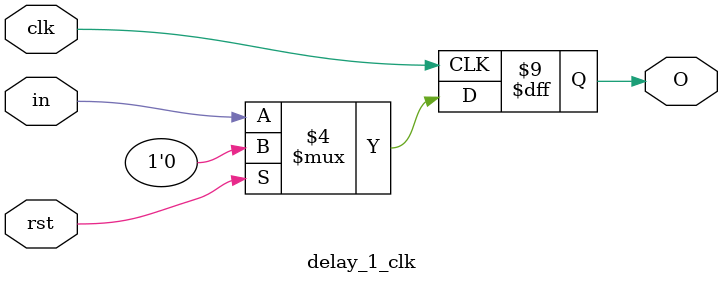
<source format=v>

module dct_2_D (O, in, clk, rst);

parameter bits = 25;

output	[bits-1:0]	O;
input	[bits-1:0]	in;
input		clk, rst;

reg [6:0] state;

wire [bits-1:0] dct_a_O, dct_b_O, mem_a_O, mem_b_O, mux_a_O, mux_b_O, mux_c_O;
wire [bits-1:0] dct_a_in, dct_b_in, mem_a_in, mem_b_in, mux_a_0, mux_a_1, mux_b_0, mux_b_1, mux_c_0, mux_c_1;
wire 			mem_a_en, mem_b_en, mux_a_select, mux_b_select, mux_c_select;
wire			Q, a, sensitivity, dct_a_finish, dct_b_finish, mem_a_start_count_state, mem_b_start_count_state;
wire			reset, dieu_chinh_in;

//----- list all modules --------------------
dct 					dct_a		(dct_a_O, dct_a_finish, dct_a_in, clk, rst);
dieu_chinh				dc			(reset, dieu_chinh_in, clk, rst);
dct 					dct_b		(dct_b_O, dct_b_finish, dct_b_in, clk, reset);

mem_8x8 	#(25)		mem_a		(mem_a_O, mem_a_in, clk, mem_a_en, rst, mem_a_start_count_state);
mem_8x8 	#(25)		mem_b		(mem_b_O, mem_b_in, clk, mem_b_en, rst, mem_b_start_count_state);

mux_2_1  	#(bits)		mux_a 	(mux_a_O, mux_a_0, mux_a_1, mux_a_select);
mux_2_1  	#(bits)		mux_b 	(mux_b_O, mux_b_0, mux_b_1, mux_b_select);
mux_2_1  	#(bits)		mux_c 	(mux_c_O, mux_c_0, mux_c_1, mux_c_select);

counter_8_state 	C			(sensitivity, dct_a_finish,rst);
D_flipflop 			D			(Q, a, a, sensitivity);
delay_1_clk stall	(.O(mux_c_select), .in(~Q), .clk(clk), .rst(rst));

//----- connect wires --------------------
assign dct_a_in[bits-1:0]		=	in[bits-1:0];

assign mux_a_1[bits-1:0]		=	dct_a_O[bits-1:0];
assign mux_b_1[bits-1:0]		=	dct_a_O[bits-1:0];
assign mux_a_0[bits-1:0]		=	25'b0;
assign mux_b_0[bits-1:0]		=	25'b0;
assign mem_a_in[bits-1:0]		=	mux_a_O[bits-1:0];
assign mem_b_in[bits-1:0]		=	mux_b_O[bits-1:0];
assign mux_c_0[bits-1:0]		=	mem_b_O[bits-1:0];
assign mux_c_1[bits-1:0]		=	mem_a_O[bits-1:0];
assign dct_b_in[bits-1:0]		=	mux_c_O[bits-1:0];

assign mem_a_en			=	 Q;
assign mem_b_en			=	~Q;
assign mux_a_select		=	 Q;
assign mux_b_select		=	~Q;
// assign mux_c_select		=	~Q;

assign mem_a_start_count_state		= dct_a_finish;
assign mem_b_start_count_state		= dct_a_finish;
assign dieu_chinh_in				= dct_a_finish;

assign O[bits-1:0]					=	dct_b_O[bits-1:0];

endmodule

//====================================================================================================//
// D flip-flop
module D_flipflop(Q, Q_n, D, clk);
output reg Q, Q_n;
input D, clk;

initial begin
	Q_n 	= 1'b1;
	Q		= 1'b0;
end

always @(posedge clk) begin
	Q		=  D;
	Q_n	= ~Q;
end

endmodule
//====================================================================================================//
// count 8 state
module counter_8_state(Q, clk, rst);
output reg Q;
input clk, rst;
reg [2:0] state;

reg [1:0] starting;

always @(posedge clk or posedge rst) begin
	if(rst == 1'b1) state = 3'b000;
	else begin
		if(starting[1] == 1'b1) begin
			case(state) 
				3'b000: begin state = 3'b001; Q = 1'b0; end
				3'b001: state = 3'b010;
				3'b010: state = 3'b011;
				3'b011: state = 3'b100;
				3'b100: state = 3'b101;
				3'b101: state = 3'b110;
				3'b110: state = 3'b111;
				3'b111: begin state = 3'b000; Q = 1'b1; end
			endcase
		end
	end
end

always @(posedge clk) begin
	if(starting[0] == 1'b1) starting[1] = 1'b1;
	starting[0] = 1'b1;
end

endmodule
//====================================================================================================//
//----- module dieu chinh clock -----
module dieu_chinh(reset, in, clk, rst);
output reset;
input in, clk, rst;

reg [1:0] state;

always @(posedge clk) begin
	if(rst == 1'b1) state = 2'b00;
	else begin
		case(state)
			2'b00: if(in == 1'b1) state = 2'b01;
			2'b01: state = 2'b10;
			2'b10: state = 2'b11;
		endcase
	end
end

assign reset = (state == 2'b01);

endmodule
//====================================================================================================//
module delay_1_clk (O, in, clk, rst);
output reg	O;
input		in, clk, rst;
reg			mem;

always @(posedge clk) begin
	if(rst == 1'b1) begin
		mem = 1'b0;
		O = 1'b0;
	end
	else begin
		mem = in;
		O = mem;
	end
end
endmodule
</source>
